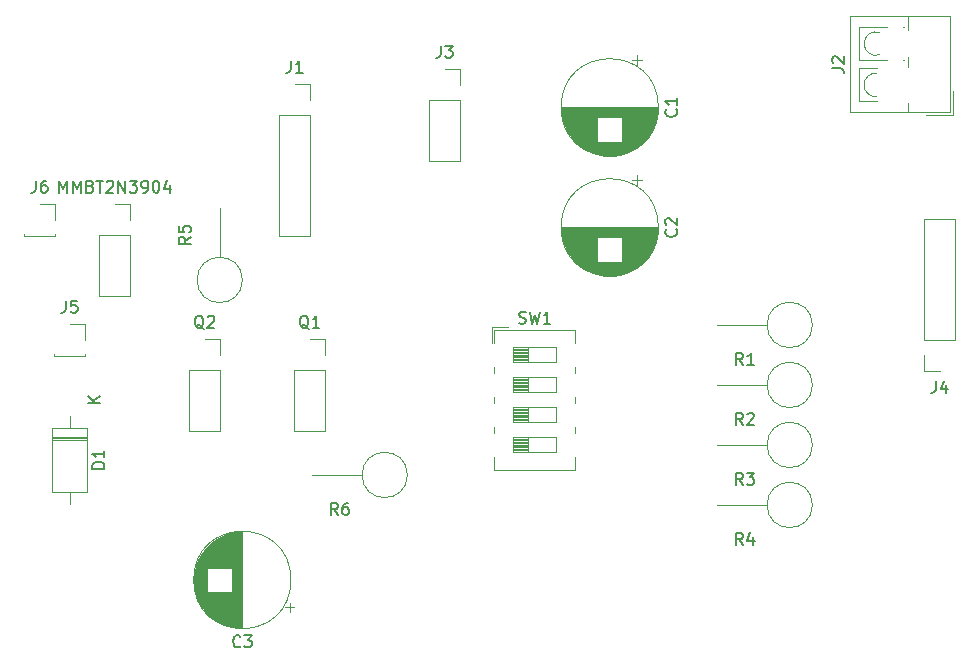
<source format=gbr>
G04 #@! TF.GenerationSoftware,KiCad,Pcbnew,5.0.0-fee4fd1~66~ubuntu18.04.1*
G04 #@! TF.CreationDate,2018-10-11T19:26:43-04:00*
G04 #@! TF.ProjectId,switcher,73776974636865722E6B696361645F70,rev?*
G04 #@! TF.SameCoordinates,Original*
G04 #@! TF.FileFunction,Legend,Top*
G04 #@! TF.FilePolarity,Positive*
%FSLAX46Y46*%
G04 Gerber Fmt 4.6, Leading zero omitted, Abs format (unit mm)*
G04 Created by KiCad (PCBNEW 5.0.0-fee4fd1~66~ubuntu18.04.1) date Thu Oct 11 19:26:43 2018*
%MOMM*%
%LPD*%
G01*
G04 APERTURE LIST*
%ADD10C,0.120000*%
%ADD11C,0.150000*%
G04 APERTURE END LIST*
D10*
G04 #@! TO.C,C1*
X73970000Y-51430000D02*
G75*
G03X73970000Y-51430000I-4120000J0D01*
G01*
X73930000Y-51430000D02*
X65770000Y-51430000D01*
X73930000Y-51470000D02*
X65770000Y-51470000D01*
X73930000Y-51510000D02*
X65770000Y-51510000D01*
X73929000Y-51550000D02*
X65771000Y-51550000D01*
X73927000Y-51590000D02*
X65773000Y-51590000D01*
X73926000Y-51630000D02*
X65774000Y-51630000D01*
X73924000Y-51670000D02*
X65776000Y-51670000D01*
X73921000Y-51710000D02*
X65779000Y-51710000D01*
X73918000Y-51750000D02*
X65782000Y-51750000D01*
X73915000Y-51790000D02*
X65785000Y-51790000D01*
X73911000Y-51830000D02*
X65789000Y-51830000D01*
X73907000Y-51870000D02*
X65793000Y-51870000D01*
X73902000Y-51910000D02*
X65798000Y-51910000D01*
X73898000Y-51950000D02*
X65802000Y-51950000D01*
X73892000Y-51990000D02*
X65808000Y-51990000D01*
X73887000Y-52030000D02*
X65813000Y-52030000D01*
X73880000Y-52070000D02*
X65820000Y-52070000D01*
X73874000Y-52110000D02*
X65826000Y-52110000D01*
X73867000Y-52151000D02*
X65833000Y-52151000D01*
X73860000Y-52191000D02*
X65840000Y-52191000D01*
X73852000Y-52231000D02*
X65848000Y-52231000D01*
X73844000Y-52271000D02*
X65856000Y-52271000D01*
X73835000Y-52311000D02*
X70890000Y-52311000D01*
X68810000Y-52311000D02*
X65865000Y-52311000D01*
X73826000Y-52351000D02*
X70890000Y-52351000D01*
X68810000Y-52351000D02*
X65874000Y-52351000D01*
X73817000Y-52391000D02*
X70890000Y-52391000D01*
X68810000Y-52391000D02*
X65883000Y-52391000D01*
X73807000Y-52431000D02*
X70890000Y-52431000D01*
X68810000Y-52431000D02*
X65893000Y-52431000D01*
X73797000Y-52471000D02*
X70890000Y-52471000D01*
X68810000Y-52471000D02*
X65903000Y-52471000D01*
X73786000Y-52511000D02*
X70890000Y-52511000D01*
X68810000Y-52511000D02*
X65914000Y-52511000D01*
X73775000Y-52551000D02*
X70890000Y-52551000D01*
X68810000Y-52551000D02*
X65925000Y-52551000D01*
X73764000Y-52591000D02*
X70890000Y-52591000D01*
X68810000Y-52591000D02*
X65936000Y-52591000D01*
X73752000Y-52631000D02*
X70890000Y-52631000D01*
X68810000Y-52631000D02*
X65948000Y-52631000D01*
X73739000Y-52671000D02*
X70890000Y-52671000D01*
X68810000Y-52671000D02*
X65961000Y-52671000D01*
X73727000Y-52711000D02*
X70890000Y-52711000D01*
X68810000Y-52711000D02*
X65973000Y-52711000D01*
X73713000Y-52751000D02*
X70890000Y-52751000D01*
X68810000Y-52751000D02*
X65987000Y-52751000D01*
X73700000Y-52791000D02*
X70890000Y-52791000D01*
X68810000Y-52791000D02*
X66000000Y-52791000D01*
X73685000Y-52831000D02*
X70890000Y-52831000D01*
X68810000Y-52831000D02*
X66015000Y-52831000D01*
X73671000Y-52871000D02*
X70890000Y-52871000D01*
X68810000Y-52871000D02*
X66029000Y-52871000D01*
X73655000Y-52911000D02*
X70890000Y-52911000D01*
X68810000Y-52911000D02*
X66045000Y-52911000D01*
X73640000Y-52951000D02*
X70890000Y-52951000D01*
X68810000Y-52951000D02*
X66060000Y-52951000D01*
X73624000Y-52991000D02*
X70890000Y-52991000D01*
X68810000Y-52991000D02*
X66076000Y-52991000D01*
X73607000Y-53031000D02*
X70890000Y-53031000D01*
X68810000Y-53031000D02*
X66093000Y-53031000D01*
X73590000Y-53071000D02*
X70890000Y-53071000D01*
X68810000Y-53071000D02*
X66110000Y-53071000D01*
X73572000Y-53111000D02*
X70890000Y-53111000D01*
X68810000Y-53111000D02*
X66128000Y-53111000D01*
X73554000Y-53151000D02*
X70890000Y-53151000D01*
X68810000Y-53151000D02*
X66146000Y-53151000D01*
X73536000Y-53191000D02*
X70890000Y-53191000D01*
X68810000Y-53191000D02*
X66164000Y-53191000D01*
X73516000Y-53231000D02*
X70890000Y-53231000D01*
X68810000Y-53231000D02*
X66184000Y-53231000D01*
X73497000Y-53271000D02*
X70890000Y-53271000D01*
X68810000Y-53271000D02*
X66203000Y-53271000D01*
X73477000Y-53311000D02*
X70890000Y-53311000D01*
X68810000Y-53311000D02*
X66223000Y-53311000D01*
X73456000Y-53351000D02*
X70890000Y-53351000D01*
X68810000Y-53351000D02*
X66244000Y-53351000D01*
X73434000Y-53391000D02*
X70890000Y-53391000D01*
X68810000Y-53391000D02*
X66266000Y-53391000D01*
X73412000Y-53431000D02*
X70890000Y-53431000D01*
X68810000Y-53431000D02*
X66288000Y-53431000D01*
X73390000Y-53471000D02*
X70890000Y-53471000D01*
X68810000Y-53471000D02*
X66310000Y-53471000D01*
X73367000Y-53511000D02*
X70890000Y-53511000D01*
X68810000Y-53511000D02*
X66333000Y-53511000D01*
X73343000Y-53551000D02*
X70890000Y-53551000D01*
X68810000Y-53551000D02*
X66357000Y-53551000D01*
X73319000Y-53591000D02*
X70890000Y-53591000D01*
X68810000Y-53591000D02*
X66381000Y-53591000D01*
X73294000Y-53631000D02*
X70890000Y-53631000D01*
X68810000Y-53631000D02*
X66406000Y-53631000D01*
X73268000Y-53671000D02*
X70890000Y-53671000D01*
X68810000Y-53671000D02*
X66432000Y-53671000D01*
X73242000Y-53711000D02*
X70890000Y-53711000D01*
X68810000Y-53711000D02*
X66458000Y-53711000D01*
X73215000Y-53751000D02*
X70890000Y-53751000D01*
X68810000Y-53751000D02*
X66485000Y-53751000D01*
X73188000Y-53791000D02*
X70890000Y-53791000D01*
X68810000Y-53791000D02*
X66512000Y-53791000D01*
X73159000Y-53831000D02*
X70890000Y-53831000D01*
X68810000Y-53831000D02*
X66541000Y-53831000D01*
X73130000Y-53871000D02*
X70890000Y-53871000D01*
X68810000Y-53871000D02*
X66570000Y-53871000D01*
X73100000Y-53911000D02*
X70890000Y-53911000D01*
X68810000Y-53911000D02*
X66600000Y-53911000D01*
X73070000Y-53951000D02*
X70890000Y-53951000D01*
X68810000Y-53951000D02*
X66630000Y-53951000D01*
X73039000Y-53991000D02*
X70890000Y-53991000D01*
X68810000Y-53991000D02*
X66661000Y-53991000D01*
X73006000Y-54031000D02*
X70890000Y-54031000D01*
X68810000Y-54031000D02*
X66694000Y-54031000D01*
X72974000Y-54071000D02*
X70890000Y-54071000D01*
X68810000Y-54071000D02*
X66726000Y-54071000D01*
X72940000Y-54111000D02*
X70890000Y-54111000D01*
X68810000Y-54111000D02*
X66760000Y-54111000D01*
X72905000Y-54151000D02*
X70890000Y-54151000D01*
X68810000Y-54151000D02*
X66795000Y-54151000D01*
X72869000Y-54191000D02*
X70890000Y-54191000D01*
X68810000Y-54191000D02*
X66831000Y-54191000D01*
X72833000Y-54231000D02*
X70890000Y-54231000D01*
X68810000Y-54231000D02*
X66867000Y-54231000D01*
X72795000Y-54271000D02*
X70890000Y-54271000D01*
X68810000Y-54271000D02*
X66905000Y-54271000D01*
X72757000Y-54311000D02*
X70890000Y-54311000D01*
X68810000Y-54311000D02*
X66943000Y-54311000D01*
X72717000Y-54351000D02*
X70890000Y-54351000D01*
X68810000Y-54351000D02*
X66983000Y-54351000D01*
X72676000Y-54391000D02*
X67024000Y-54391000D01*
X72634000Y-54431000D02*
X67066000Y-54431000D01*
X72591000Y-54471000D02*
X67109000Y-54471000D01*
X72547000Y-54511000D02*
X67153000Y-54511000D01*
X72501000Y-54551000D02*
X67199000Y-54551000D01*
X72454000Y-54591000D02*
X67246000Y-54591000D01*
X72406000Y-54631000D02*
X67294000Y-54631000D01*
X72355000Y-54671000D02*
X67345000Y-54671000D01*
X72304000Y-54711000D02*
X67396000Y-54711000D01*
X72250000Y-54751000D02*
X67450000Y-54751000D01*
X72195000Y-54791000D02*
X67505000Y-54791000D01*
X72137000Y-54831000D02*
X67563000Y-54831000D01*
X72078000Y-54871000D02*
X67622000Y-54871000D01*
X72016000Y-54911000D02*
X67684000Y-54911000D01*
X71952000Y-54951000D02*
X67748000Y-54951000D01*
X71884000Y-54991000D02*
X67816000Y-54991000D01*
X71814000Y-55031000D02*
X67886000Y-55031000D01*
X71740000Y-55071000D02*
X67960000Y-55071000D01*
X71663000Y-55111000D02*
X68037000Y-55111000D01*
X71581000Y-55151000D02*
X68119000Y-55151000D01*
X71495000Y-55191000D02*
X68205000Y-55191000D01*
X71402000Y-55231000D02*
X68298000Y-55231000D01*
X71303000Y-55271000D02*
X68397000Y-55271000D01*
X71196000Y-55311000D02*
X68504000Y-55311000D01*
X71079000Y-55351000D02*
X68621000Y-55351000D01*
X70948000Y-55391000D02*
X68752000Y-55391000D01*
X70798000Y-55431000D02*
X68902000Y-55431000D01*
X70618000Y-55471000D02*
X69082000Y-55471000D01*
X70383000Y-55511000D02*
X69317000Y-55511000D01*
X72165000Y-47020302D02*
X72165000Y-47820302D01*
X72565000Y-47420302D02*
X71765000Y-47420302D01*
G04 #@! TO.C,C2*
X72565000Y-57580302D02*
X71765000Y-57580302D01*
X72165000Y-57180302D02*
X72165000Y-57980302D01*
X70383000Y-65671000D02*
X69317000Y-65671000D01*
X70618000Y-65631000D02*
X69082000Y-65631000D01*
X70798000Y-65591000D02*
X68902000Y-65591000D01*
X70948000Y-65551000D02*
X68752000Y-65551000D01*
X71079000Y-65511000D02*
X68621000Y-65511000D01*
X71196000Y-65471000D02*
X68504000Y-65471000D01*
X71303000Y-65431000D02*
X68397000Y-65431000D01*
X71402000Y-65391000D02*
X68298000Y-65391000D01*
X71495000Y-65351000D02*
X68205000Y-65351000D01*
X71581000Y-65311000D02*
X68119000Y-65311000D01*
X71663000Y-65271000D02*
X68037000Y-65271000D01*
X71740000Y-65231000D02*
X67960000Y-65231000D01*
X71814000Y-65191000D02*
X67886000Y-65191000D01*
X71884000Y-65151000D02*
X67816000Y-65151000D01*
X71952000Y-65111000D02*
X67748000Y-65111000D01*
X72016000Y-65071000D02*
X67684000Y-65071000D01*
X72078000Y-65031000D02*
X67622000Y-65031000D01*
X72137000Y-64991000D02*
X67563000Y-64991000D01*
X72195000Y-64951000D02*
X67505000Y-64951000D01*
X72250000Y-64911000D02*
X67450000Y-64911000D01*
X72304000Y-64871000D02*
X67396000Y-64871000D01*
X72355000Y-64831000D02*
X67345000Y-64831000D01*
X72406000Y-64791000D02*
X67294000Y-64791000D01*
X72454000Y-64751000D02*
X67246000Y-64751000D01*
X72501000Y-64711000D02*
X67199000Y-64711000D01*
X72547000Y-64671000D02*
X67153000Y-64671000D01*
X72591000Y-64631000D02*
X67109000Y-64631000D01*
X72634000Y-64591000D02*
X67066000Y-64591000D01*
X72676000Y-64551000D02*
X67024000Y-64551000D01*
X68810000Y-64511000D02*
X66983000Y-64511000D01*
X72717000Y-64511000D02*
X70890000Y-64511000D01*
X68810000Y-64471000D02*
X66943000Y-64471000D01*
X72757000Y-64471000D02*
X70890000Y-64471000D01*
X68810000Y-64431000D02*
X66905000Y-64431000D01*
X72795000Y-64431000D02*
X70890000Y-64431000D01*
X68810000Y-64391000D02*
X66867000Y-64391000D01*
X72833000Y-64391000D02*
X70890000Y-64391000D01*
X68810000Y-64351000D02*
X66831000Y-64351000D01*
X72869000Y-64351000D02*
X70890000Y-64351000D01*
X68810000Y-64311000D02*
X66795000Y-64311000D01*
X72905000Y-64311000D02*
X70890000Y-64311000D01*
X68810000Y-64271000D02*
X66760000Y-64271000D01*
X72940000Y-64271000D02*
X70890000Y-64271000D01*
X68810000Y-64231000D02*
X66726000Y-64231000D01*
X72974000Y-64231000D02*
X70890000Y-64231000D01*
X68810000Y-64191000D02*
X66694000Y-64191000D01*
X73006000Y-64191000D02*
X70890000Y-64191000D01*
X68810000Y-64151000D02*
X66661000Y-64151000D01*
X73039000Y-64151000D02*
X70890000Y-64151000D01*
X68810000Y-64111000D02*
X66630000Y-64111000D01*
X73070000Y-64111000D02*
X70890000Y-64111000D01*
X68810000Y-64071000D02*
X66600000Y-64071000D01*
X73100000Y-64071000D02*
X70890000Y-64071000D01*
X68810000Y-64031000D02*
X66570000Y-64031000D01*
X73130000Y-64031000D02*
X70890000Y-64031000D01*
X68810000Y-63991000D02*
X66541000Y-63991000D01*
X73159000Y-63991000D02*
X70890000Y-63991000D01*
X68810000Y-63951000D02*
X66512000Y-63951000D01*
X73188000Y-63951000D02*
X70890000Y-63951000D01*
X68810000Y-63911000D02*
X66485000Y-63911000D01*
X73215000Y-63911000D02*
X70890000Y-63911000D01*
X68810000Y-63871000D02*
X66458000Y-63871000D01*
X73242000Y-63871000D02*
X70890000Y-63871000D01*
X68810000Y-63831000D02*
X66432000Y-63831000D01*
X73268000Y-63831000D02*
X70890000Y-63831000D01*
X68810000Y-63791000D02*
X66406000Y-63791000D01*
X73294000Y-63791000D02*
X70890000Y-63791000D01*
X68810000Y-63751000D02*
X66381000Y-63751000D01*
X73319000Y-63751000D02*
X70890000Y-63751000D01*
X68810000Y-63711000D02*
X66357000Y-63711000D01*
X73343000Y-63711000D02*
X70890000Y-63711000D01*
X68810000Y-63671000D02*
X66333000Y-63671000D01*
X73367000Y-63671000D02*
X70890000Y-63671000D01*
X68810000Y-63631000D02*
X66310000Y-63631000D01*
X73390000Y-63631000D02*
X70890000Y-63631000D01*
X68810000Y-63591000D02*
X66288000Y-63591000D01*
X73412000Y-63591000D02*
X70890000Y-63591000D01*
X68810000Y-63551000D02*
X66266000Y-63551000D01*
X73434000Y-63551000D02*
X70890000Y-63551000D01*
X68810000Y-63511000D02*
X66244000Y-63511000D01*
X73456000Y-63511000D02*
X70890000Y-63511000D01*
X68810000Y-63471000D02*
X66223000Y-63471000D01*
X73477000Y-63471000D02*
X70890000Y-63471000D01*
X68810000Y-63431000D02*
X66203000Y-63431000D01*
X73497000Y-63431000D02*
X70890000Y-63431000D01*
X68810000Y-63391000D02*
X66184000Y-63391000D01*
X73516000Y-63391000D02*
X70890000Y-63391000D01*
X68810000Y-63351000D02*
X66164000Y-63351000D01*
X73536000Y-63351000D02*
X70890000Y-63351000D01*
X68810000Y-63311000D02*
X66146000Y-63311000D01*
X73554000Y-63311000D02*
X70890000Y-63311000D01*
X68810000Y-63271000D02*
X66128000Y-63271000D01*
X73572000Y-63271000D02*
X70890000Y-63271000D01*
X68810000Y-63231000D02*
X66110000Y-63231000D01*
X73590000Y-63231000D02*
X70890000Y-63231000D01*
X68810000Y-63191000D02*
X66093000Y-63191000D01*
X73607000Y-63191000D02*
X70890000Y-63191000D01*
X68810000Y-63151000D02*
X66076000Y-63151000D01*
X73624000Y-63151000D02*
X70890000Y-63151000D01*
X68810000Y-63111000D02*
X66060000Y-63111000D01*
X73640000Y-63111000D02*
X70890000Y-63111000D01*
X68810000Y-63071000D02*
X66045000Y-63071000D01*
X73655000Y-63071000D02*
X70890000Y-63071000D01*
X68810000Y-63031000D02*
X66029000Y-63031000D01*
X73671000Y-63031000D02*
X70890000Y-63031000D01*
X68810000Y-62991000D02*
X66015000Y-62991000D01*
X73685000Y-62991000D02*
X70890000Y-62991000D01*
X68810000Y-62951000D02*
X66000000Y-62951000D01*
X73700000Y-62951000D02*
X70890000Y-62951000D01*
X68810000Y-62911000D02*
X65987000Y-62911000D01*
X73713000Y-62911000D02*
X70890000Y-62911000D01*
X68810000Y-62871000D02*
X65973000Y-62871000D01*
X73727000Y-62871000D02*
X70890000Y-62871000D01*
X68810000Y-62831000D02*
X65961000Y-62831000D01*
X73739000Y-62831000D02*
X70890000Y-62831000D01*
X68810000Y-62791000D02*
X65948000Y-62791000D01*
X73752000Y-62791000D02*
X70890000Y-62791000D01*
X68810000Y-62751000D02*
X65936000Y-62751000D01*
X73764000Y-62751000D02*
X70890000Y-62751000D01*
X68810000Y-62711000D02*
X65925000Y-62711000D01*
X73775000Y-62711000D02*
X70890000Y-62711000D01*
X68810000Y-62671000D02*
X65914000Y-62671000D01*
X73786000Y-62671000D02*
X70890000Y-62671000D01*
X68810000Y-62631000D02*
X65903000Y-62631000D01*
X73797000Y-62631000D02*
X70890000Y-62631000D01*
X68810000Y-62591000D02*
X65893000Y-62591000D01*
X73807000Y-62591000D02*
X70890000Y-62591000D01*
X68810000Y-62551000D02*
X65883000Y-62551000D01*
X73817000Y-62551000D02*
X70890000Y-62551000D01*
X68810000Y-62511000D02*
X65874000Y-62511000D01*
X73826000Y-62511000D02*
X70890000Y-62511000D01*
X68810000Y-62471000D02*
X65865000Y-62471000D01*
X73835000Y-62471000D02*
X70890000Y-62471000D01*
X73844000Y-62431000D02*
X65856000Y-62431000D01*
X73852000Y-62391000D02*
X65848000Y-62391000D01*
X73860000Y-62351000D02*
X65840000Y-62351000D01*
X73867000Y-62311000D02*
X65833000Y-62311000D01*
X73874000Y-62270000D02*
X65826000Y-62270000D01*
X73880000Y-62230000D02*
X65820000Y-62230000D01*
X73887000Y-62190000D02*
X65813000Y-62190000D01*
X73892000Y-62150000D02*
X65808000Y-62150000D01*
X73898000Y-62110000D02*
X65802000Y-62110000D01*
X73902000Y-62070000D02*
X65798000Y-62070000D01*
X73907000Y-62030000D02*
X65793000Y-62030000D01*
X73911000Y-61990000D02*
X65789000Y-61990000D01*
X73915000Y-61950000D02*
X65785000Y-61950000D01*
X73918000Y-61910000D02*
X65782000Y-61910000D01*
X73921000Y-61870000D02*
X65779000Y-61870000D01*
X73924000Y-61830000D02*
X65776000Y-61830000D01*
X73926000Y-61790000D02*
X65774000Y-61790000D01*
X73927000Y-61750000D02*
X65773000Y-61750000D01*
X73929000Y-61710000D02*
X65771000Y-61710000D01*
X73930000Y-61670000D02*
X65770000Y-61670000D01*
X73930000Y-61630000D02*
X65770000Y-61630000D01*
X73930000Y-61590000D02*
X65770000Y-61590000D01*
X73970000Y-61590000D02*
G75*
G03X73970000Y-61590000I-4120000J0D01*
G01*
G04 #@! TO.C,C3*
X42860000Y-91440000D02*
G75*
G03X42860000Y-91440000I-4120000J0D01*
G01*
X38740000Y-95520000D02*
X38740000Y-87360000D01*
X38700000Y-95520000D02*
X38700000Y-87360000D01*
X38660000Y-95520000D02*
X38660000Y-87360000D01*
X38620000Y-95519000D02*
X38620000Y-87361000D01*
X38580000Y-95517000D02*
X38580000Y-87363000D01*
X38540000Y-95516000D02*
X38540000Y-87364000D01*
X38500000Y-95514000D02*
X38500000Y-87366000D01*
X38460000Y-95511000D02*
X38460000Y-87369000D01*
X38420000Y-95508000D02*
X38420000Y-87372000D01*
X38380000Y-95505000D02*
X38380000Y-87375000D01*
X38340000Y-95501000D02*
X38340000Y-87379000D01*
X38300000Y-95497000D02*
X38300000Y-87383000D01*
X38260000Y-95492000D02*
X38260000Y-87388000D01*
X38220000Y-95488000D02*
X38220000Y-87392000D01*
X38180000Y-95482000D02*
X38180000Y-87398000D01*
X38140000Y-95477000D02*
X38140000Y-87403000D01*
X38100000Y-95470000D02*
X38100000Y-87410000D01*
X38060000Y-95464000D02*
X38060000Y-87416000D01*
X38019000Y-95457000D02*
X38019000Y-87423000D01*
X37979000Y-95450000D02*
X37979000Y-87430000D01*
X37939000Y-95442000D02*
X37939000Y-87438000D01*
X37899000Y-95434000D02*
X37899000Y-87446000D01*
X37859000Y-95425000D02*
X37859000Y-92480000D01*
X37859000Y-90400000D02*
X37859000Y-87455000D01*
X37819000Y-95416000D02*
X37819000Y-92480000D01*
X37819000Y-90400000D02*
X37819000Y-87464000D01*
X37779000Y-95407000D02*
X37779000Y-92480000D01*
X37779000Y-90400000D02*
X37779000Y-87473000D01*
X37739000Y-95397000D02*
X37739000Y-92480000D01*
X37739000Y-90400000D02*
X37739000Y-87483000D01*
X37699000Y-95387000D02*
X37699000Y-92480000D01*
X37699000Y-90400000D02*
X37699000Y-87493000D01*
X37659000Y-95376000D02*
X37659000Y-92480000D01*
X37659000Y-90400000D02*
X37659000Y-87504000D01*
X37619000Y-95365000D02*
X37619000Y-92480000D01*
X37619000Y-90400000D02*
X37619000Y-87515000D01*
X37579000Y-95354000D02*
X37579000Y-92480000D01*
X37579000Y-90400000D02*
X37579000Y-87526000D01*
X37539000Y-95342000D02*
X37539000Y-92480000D01*
X37539000Y-90400000D02*
X37539000Y-87538000D01*
X37499000Y-95329000D02*
X37499000Y-92480000D01*
X37499000Y-90400000D02*
X37499000Y-87551000D01*
X37459000Y-95317000D02*
X37459000Y-92480000D01*
X37459000Y-90400000D02*
X37459000Y-87563000D01*
X37419000Y-95303000D02*
X37419000Y-92480000D01*
X37419000Y-90400000D02*
X37419000Y-87577000D01*
X37379000Y-95290000D02*
X37379000Y-92480000D01*
X37379000Y-90400000D02*
X37379000Y-87590000D01*
X37339000Y-95275000D02*
X37339000Y-92480000D01*
X37339000Y-90400000D02*
X37339000Y-87605000D01*
X37299000Y-95261000D02*
X37299000Y-92480000D01*
X37299000Y-90400000D02*
X37299000Y-87619000D01*
X37259000Y-95245000D02*
X37259000Y-92480000D01*
X37259000Y-90400000D02*
X37259000Y-87635000D01*
X37219000Y-95230000D02*
X37219000Y-92480000D01*
X37219000Y-90400000D02*
X37219000Y-87650000D01*
X37179000Y-95214000D02*
X37179000Y-92480000D01*
X37179000Y-90400000D02*
X37179000Y-87666000D01*
X37139000Y-95197000D02*
X37139000Y-92480000D01*
X37139000Y-90400000D02*
X37139000Y-87683000D01*
X37099000Y-95180000D02*
X37099000Y-92480000D01*
X37099000Y-90400000D02*
X37099000Y-87700000D01*
X37059000Y-95162000D02*
X37059000Y-92480000D01*
X37059000Y-90400000D02*
X37059000Y-87718000D01*
X37019000Y-95144000D02*
X37019000Y-92480000D01*
X37019000Y-90400000D02*
X37019000Y-87736000D01*
X36979000Y-95126000D02*
X36979000Y-92480000D01*
X36979000Y-90400000D02*
X36979000Y-87754000D01*
X36939000Y-95106000D02*
X36939000Y-92480000D01*
X36939000Y-90400000D02*
X36939000Y-87774000D01*
X36899000Y-95087000D02*
X36899000Y-92480000D01*
X36899000Y-90400000D02*
X36899000Y-87793000D01*
X36859000Y-95067000D02*
X36859000Y-92480000D01*
X36859000Y-90400000D02*
X36859000Y-87813000D01*
X36819000Y-95046000D02*
X36819000Y-92480000D01*
X36819000Y-90400000D02*
X36819000Y-87834000D01*
X36779000Y-95024000D02*
X36779000Y-92480000D01*
X36779000Y-90400000D02*
X36779000Y-87856000D01*
X36739000Y-95002000D02*
X36739000Y-92480000D01*
X36739000Y-90400000D02*
X36739000Y-87878000D01*
X36699000Y-94980000D02*
X36699000Y-92480000D01*
X36699000Y-90400000D02*
X36699000Y-87900000D01*
X36659000Y-94957000D02*
X36659000Y-92480000D01*
X36659000Y-90400000D02*
X36659000Y-87923000D01*
X36619000Y-94933000D02*
X36619000Y-92480000D01*
X36619000Y-90400000D02*
X36619000Y-87947000D01*
X36579000Y-94909000D02*
X36579000Y-92480000D01*
X36579000Y-90400000D02*
X36579000Y-87971000D01*
X36539000Y-94884000D02*
X36539000Y-92480000D01*
X36539000Y-90400000D02*
X36539000Y-87996000D01*
X36499000Y-94858000D02*
X36499000Y-92480000D01*
X36499000Y-90400000D02*
X36499000Y-88022000D01*
X36459000Y-94832000D02*
X36459000Y-92480000D01*
X36459000Y-90400000D02*
X36459000Y-88048000D01*
X36419000Y-94805000D02*
X36419000Y-92480000D01*
X36419000Y-90400000D02*
X36419000Y-88075000D01*
X36379000Y-94778000D02*
X36379000Y-92480000D01*
X36379000Y-90400000D02*
X36379000Y-88102000D01*
X36339000Y-94749000D02*
X36339000Y-92480000D01*
X36339000Y-90400000D02*
X36339000Y-88131000D01*
X36299000Y-94720000D02*
X36299000Y-92480000D01*
X36299000Y-90400000D02*
X36299000Y-88160000D01*
X36259000Y-94690000D02*
X36259000Y-92480000D01*
X36259000Y-90400000D02*
X36259000Y-88190000D01*
X36219000Y-94660000D02*
X36219000Y-92480000D01*
X36219000Y-90400000D02*
X36219000Y-88220000D01*
X36179000Y-94629000D02*
X36179000Y-92480000D01*
X36179000Y-90400000D02*
X36179000Y-88251000D01*
X36139000Y-94596000D02*
X36139000Y-92480000D01*
X36139000Y-90400000D02*
X36139000Y-88284000D01*
X36099000Y-94564000D02*
X36099000Y-92480000D01*
X36099000Y-90400000D02*
X36099000Y-88316000D01*
X36059000Y-94530000D02*
X36059000Y-92480000D01*
X36059000Y-90400000D02*
X36059000Y-88350000D01*
X36019000Y-94495000D02*
X36019000Y-92480000D01*
X36019000Y-90400000D02*
X36019000Y-88385000D01*
X35979000Y-94459000D02*
X35979000Y-92480000D01*
X35979000Y-90400000D02*
X35979000Y-88421000D01*
X35939000Y-94423000D02*
X35939000Y-92480000D01*
X35939000Y-90400000D02*
X35939000Y-88457000D01*
X35899000Y-94385000D02*
X35899000Y-92480000D01*
X35899000Y-90400000D02*
X35899000Y-88495000D01*
X35859000Y-94347000D02*
X35859000Y-92480000D01*
X35859000Y-90400000D02*
X35859000Y-88533000D01*
X35819000Y-94307000D02*
X35819000Y-92480000D01*
X35819000Y-90400000D02*
X35819000Y-88573000D01*
X35779000Y-94266000D02*
X35779000Y-88614000D01*
X35739000Y-94224000D02*
X35739000Y-88656000D01*
X35699000Y-94181000D02*
X35699000Y-88699000D01*
X35659000Y-94137000D02*
X35659000Y-88743000D01*
X35619000Y-94091000D02*
X35619000Y-88789000D01*
X35579000Y-94044000D02*
X35579000Y-88836000D01*
X35539000Y-93996000D02*
X35539000Y-88884000D01*
X35499000Y-93945000D02*
X35499000Y-88935000D01*
X35459000Y-93894000D02*
X35459000Y-88986000D01*
X35419000Y-93840000D02*
X35419000Y-89040000D01*
X35379000Y-93785000D02*
X35379000Y-89095000D01*
X35339000Y-93727000D02*
X35339000Y-89153000D01*
X35299000Y-93668000D02*
X35299000Y-89212000D01*
X35259000Y-93606000D02*
X35259000Y-89274000D01*
X35219000Y-93542000D02*
X35219000Y-89338000D01*
X35179000Y-93474000D02*
X35179000Y-89406000D01*
X35139000Y-93404000D02*
X35139000Y-89476000D01*
X35099000Y-93330000D02*
X35099000Y-89550000D01*
X35059000Y-93253000D02*
X35059000Y-89627000D01*
X35019000Y-93171000D02*
X35019000Y-89709000D01*
X34979000Y-93085000D02*
X34979000Y-89795000D01*
X34939000Y-92992000D02*
X34939000Y-89888000D01*
X34899000Y-92893000D02*
X34899000Y-89987000D01*
X34859000Y-92786000D02*
X34859000Y-90094000D01*
X34819000Y-92669000D02*
X34819000Y-90211000D01*
X34779000Y-92538000D02*
X34779000Y-90342000D01*
X34739000Y-92388000D02*
X34739000Y-90492000D01*
X34699000Y-92208000D02*
X34699000Y-90672000D01*
X34659000Y-91973000D02*
X34659000Y-90907000D01*
X43149698Y-93755000D02*
X42349698Y-93755000D01*
X42749698Y-94155000D02*
X42749698Y-93355000D01*
G04 #@! TO.C,D1*
X25600000Y-78560000D02*
X22660000Y-78560000D01*
X22660000Y-78560000D02*
X22660000Y-84000000D01*
X22660000Y-84000000D02*
X25600000Y-84000000D01*
X25600000Y-84000000D02*
X25600000Y-78560000D01*
X24130000Y-77540000D02*
X24130000Y-78560000D01*
X24130000Y-85020000D02*
X24130000Y-84000000D01*
X25600000Y-79460000D02*
X22660000Y-79460000D01*
X25600000Y-79580000D02*
X22660000Y-79580000D01*
X25600000Y-79340000D02*
X22660000Y-79340000D01*
G04 #@! TO.C,J1*
X43180000Y-49470000D02*
X44510000Y-49470000D01*
X44510000Y-49470000D02*
X44510000Y-50800000D01*
X44510000Y-52070000D02*
X44510000Y-62290000D01*
X41850000Y-62290000D02*
X44510000Y-62290000D01*
X41850000Y-52070000D02*
X41850000Y-62290000D01*
X41850000Y-52070000D02*
X44510000Y-52070000D01*
G04 #@! TO.C,J2*
X92450566Y-50527890D02*
G75*
G02X92449000Y-48532000I-70566J997890D01*
G01*
X92722233Y-46969915D02*
G75*
G02X92722000Y-45090000I-342233J939915D01*
G01*
X95081000Y-51840000D02*
X95081000Y-51070000D01*
X95081000Y-47990000D02*
X95081000Y-47163000D01*
X95081000Y-44896000D02*
X95081000Y-43720000D01*
X90220000Y-51840000D02*
X90220000Y-43720000D01*
X98640000Y-51840000D02*
X98640000Y-43720000D01*
X90220000Y-51840000D02*
X98640000Y-51840000D01*
X90220000Y-43720000D02*
X98640000Y-43720000D01*
X90980000Y-50930000D02*
X90980000Y-48130000D01*
X90980000Y-50930000D02*
X92440000Y-50930000D01*
X90980000Y-48130000D02*
X92440000Y-48130000D01*
X90980000Y-47430000D02*
X90980000Y-44630000D01*
X94730000Y-47430000D02*
X94730000Y-47429000D01*
X94730000Y-44630000D02*
X94730000Y-44630000D01*
X90980000Y-47430000D02*
X93291000Y-47430000D01*
X94669000Y-47430000D02*
X94730000Y-47430000D01*
X90980000Y-44630000D02*
X93291000Y-44630000D01*
X94669000Y-44630000D02*
X94730000Y-44630000D01*
X96640000Y-52080000D02*
X98880000Y-52080000D01*
X98880000Y-52080000D02*
X98880000Y-50080000D01*
G04 #@! TO.C,J3*
X55880000Y-48200000D02*
X57210000Y-48200000D01*
X57210000Y-48200000D02*
X57210000Y-49530000D01*
X57210000Y-50800000D02*
X57210000Y-55940000D01*
X54550000Y-55940000D02*
X57210000Y-55940000D01*
X54550000Y-50800000D02*
X54550000Y-55940000D01*
X54550000Y-50800000D02*
X57210000Y-50800000D01*
G04 #@! TO.C,J4*
X99120000Y-71120000D02*
X96460000Y-71120000D01*
X99120000Y-71120000D02*
X99120000Y-60900000D01*
X99120000Y-60900000D02*
X96460000Y-60900000D01*
X96460000Y-71120000D02*
X96460000Y-60900000D01*
X96460000Y-73720000D02*
X96460000Y-72390000D01*
X97790000Y-73720000D02*
X96460000Y-73720000D01*
G04 #@! TO.C,MMBT2N3904*
X26610000Y-62230000D02*
X29270000Y-62230000D01*
X26610000Y-62230000D02*
X26610000Y-67370000D01*
X26610000Y-67370000D02*
X29270000Y-67370000D01*
X29270000Y-62230000D02*
X29270000Y-67370000D01*
X29270000Y-59630000D02*
X29270000Y-60960000D01*
X27940000Y-59630000D02*
X29270000Y-59630000D01*
G04 #@! TO.C,Q1*
X44450000Y-71060000D02*
X45780000Y-71060000D01*
X45780000Y-71060000D02*
X45780000Y-72390000D01*
X45780000Y-73660000D02*
X45780000Y-78800000D01*
X43120000Y-78800000D02*
X45780000Y-78800000D01*
X43120000Y-73660000D02*
X43120000Y-78800000D01*
X43120000Y-73660000D02*
X45780000Y-73660000D01*
G04 #@! TO.C,Q2*
X34230000Y-73660000D02*
X36890000Y-73660000D01*
X34230000Y-73660000D02*
X34230000Y-78800000D01*
X34230000Y-78800000D02*
X36890000Y-78800000D01*
X36890000Y-73660000D02*
X36890000Y-78800000D01*
X36890000Y-71060000D02*
X36890000Y-72390000D01*
X35560000Y-71060000D02*
X36890000Y-71060000D01*
G04 #@! TO.C,R1*
X87010000Y-69850000D02*
G75*
G03X87010000Y-69850000I-1920000J0D01*
G01*
X83170000Y-69850000D02*
X78970000Y-69850000D01*
G04 #@! TO.C,R2*
X83170000Y-74930000D02*
X78970000Y-74930000D01*
X87010000Y-74930000D02*
G75*
G03X87010000Y-74930000I-1920000J0D01*
G01*
G04 #@! TO.C,R3*
X87010000Y-80010000D02*
G75*
G03X87010000Y-80010000I-1920000J0D01*
G01*
X83170000Y-80010000D02*
X78970000Y-80010000D01*
G04 #@! TO.C,R4*
X83170000Y-85090000D02*
X78970000Y-85090000D01*
X87010000Y-85090000D02*
G75*
G03X87010000Y-85090000I-1920000J0D01*
G01*
G04 #@! TO.C,R5*
X36830000Y-64120000D02*
X36830000Y-59920000D01*
X38750000Y-66040000D02*
G75*
G03X38750000Y-66040000I-1920000J0D01*
G01*
G04 #@! TO.C,R6*
X52720000Y-82550000D02*
G75*
G03X52720000Y-82550000I-1920000J0D01*
G01*
X48880000Y-82550000D02*
X44680000Y-82550000D01*
G04 #@! TO.C,SW1*
X60090000Y-70280000D02*
X66911000Y-70280000D01*
X60090000Y-82120000D02*
X66911000Y-82120000D01*
X60090000Y-70280000D02*
X60090000Y-71350000D01*
X60090000Y-73430000D02*
X60090000Y-73941000D01*
X60090000Y-75920000D02*
X60090000Y-76481000D01*
X60090000Y-78460000D02*
X60090000Y-79021000D01*
X60090000Y-81000000D02*
X60090000Y-82120000D01*
X66911000Y-81000000D02*
X66911000Y-82120000D01*
X66911000Y-78460000D02*
X66911000Y-79021000D01*
X66911000Y-75920000D02*
X66911000Y-76481000D01*
X66911000Y-70280000D02*
X66911000Y-71400000D01*
X66911000Y-73380000D02*
X66911000Y-73941000D01*
X59850000Y-70040000D02*
X61233000Y-70040000D01*
X59850000Y-70040000D02*
X59850000Y-71350000D01*
X61690000Y-71755000D02*
X61690000Y-73025000D01*
X61690000Y-73025000D02*
X65310000Y-73025000D01*
X65310000Y-73025000D02*
X65310000Y-71755000D01*
X65310000Y-71755000D02*
X61690000Y-71755000D01*
X61690000Y-71875000D02*
X62896667Y-71875000D01*
X61690000Y-71995000D02*
X62896667Y-71995000D01*
X61690000Y-72115000D02*
X62896667Y-72115000D01*
X61690000Y-72235000D02*
X62896667Y-72235000D01*
X61690000Y-72355000D02*
X62896667Y-72355000D01*
X61690000Y-72475000D02*
X62896667Y-72475000D01*
X61690000Y-72595000D02*
X62896667Y-72595000D01*
X61690000Y-72715000D02*
X62896667Y-72715000D01*
X61690000Y-72835000D02*
X62896667Y-72835000D01*
X61690000Y-72955000D02*
X62896667Y-72955000D01*
X62896667Y-71755000D02*
X62896667Y-73025000D01*
X61690000Y-74295000D02*
X61690000Y-75565000D01*
X61690000Y-75565000D02*
X65310000Y-75565000D01*
X65310000Y-75565000D02*
X65310000Y-74295000D01*
X65310000Y-74295000D02*
X61690000Y-74295000D01*
X61690000Y-74415000D02*
X62896667Y-74415000D01*
X61690000Y-74535000D02*
X62896667Y-74535000D01*
X61690000Y-74655000D02*
X62896667Y-74655000D01*
X61690000Y-74775000D02*
X62896667Y-74775000D01*
X61690000Y-74895000D02*
X62896667Y-74895000D01*
X61690000Y-75015000D02*
X62896667Y-75015000D01*
X61690000Y-75135000D02*
X62896667Y-75135000D01*
X61690000Y-75255000D02*
X62896667Y-75255000D01*
X61690000Y-75375000D02*
X62896667Y-75375000D01*
X61690000Y-75495000D02*
X62896667Y-75495000D01*
X62896667Y-74295000D02*
X62896667Y-75565000D01*
X61690000Y-76835000D02*
X61690000Y-78105000D01*
X61690000Y-78105000D02*
X65310000Y-78105000D01*
X65310000Y-78105000D02*
X65310000Y-76835000D01*
X65310000Y-76835000D02*
X61690000Y-76835000D01*
X61690000Y-76955000D02*
X62896667Y-76955000D01*
X61690000Y-77075000D02*
X62896667Y-77075000D01*
X61690000Y-77195000D02*
X62896667Y-77195000D01*
X61690000Y-77315000D02*
X62896667Y-77315000D01*
X61690000Y-77435000D02*
X62896667Y-77435000D01*
X61690000Y-77555000D02*
X62896667Y-77555000D01*
X61690000Y-77675000D02*
X62896667Y-77675000D01*
X61690000Y-77795000D02*
X62896667Y-77795000D01*
X61690000Y-77915000D02*
X62896667Y-77915000D01*
X61690000Y-78035000D02*
X62896667Y-78035000D01*
X62896667Y-76835000D02*
X62896667Y-78105000D01*
X61690000Y-79375000D02*
X61690000Y-80645000D01*
X61690000Y-80645000D02*
X65310000Y-80645000D01*
X65310000Y-80645000D02*
X65310000Y-79375000D01*
X65310000Y-79375000D02*
X61690000Y-79375000D01*
X61690000Y-79495000D02*
X62896667Y-79495000D01*
X61690000Y-79615000D02*
X62896667Y-79615000D01*
X61690000Y-79735000D02*
X62896667Y-79735000D01*
X61690000Y-79855000D02*
X62896667Y-79855000D01*
X61690000Y-79975000D02*
X62896667Y-79975000D01*
X61690000Y-80095000D02*
X62896667Y-80095000D01*
X61690000Y-80215000D02*
X62896667Y-80215000D01*
X61690000Y-80335000D02*
X62896667Y-80335000D01*
X61690000Y-80455000D02*
X62896667Y-80455000D01*
X61690000Y-80575000D02*
X62896667Y-80575000D01*
X62896667Y-79375000D02*
X62896667Y-80645000D01*
G04 #@! TO.C,J5*
X22800000Y-72450000D02*
X25460000Y-72450000D01*
X22800000Y-72330000D02*
X22800000Y-72450000D01*
X25460000Y-72330000D02*
X25460000Y-72450000D01*
X25460000Y-69790000D02*
X25460000Y-71120000D01*
X24130000Y-69790000D02*
X25460000Y-69790000D01*
G04 #@! TO.C,J6*
X21590000Y-59630000D02*
X22920000Y-59630000D01*
X22920000Y-59630000D02*
X22920000Y-60960000D01*
X22920000Y-62170000D02*
X22920000Y-62290000D01*
X20260000Y-62170000D02*
X20260000Y-62290000D01*
X20260000Y-62290000D02*
X22920000Y-62290000D01*
G04 #@! TO.C,C1*
D11*
X75457142Y-51596666D02*
X75504761Y-51644285D01*
X75552380Y-51787142D01*
X75552380Y-51882380D01*
X75504761Y-52025238D01*
X75409523Y-52120476D01*
X75314285Y-52168095D01*
X75123809Y-52215714D01*
X74980952Y-52215714D01*
X74790476Y-52168095D01*
X74695238Y-52120476D01*
X74600000Y-52025238D01*
X74552380Y-51882380D01*
X74552380Y-51787142D01*
X74600000Y-51644285D01*
X74647619Y-51596666D01*
X75552380Y-50644285D02*
X75552380Y-51215714D01*
X75552380Y-50930000D02*
X74552380Y-50930000D01*
X74695238Y-51025238D01*
X74790476Y-51120476D01*
X74838095Y-51215714D01*
G04 #@! TO.C,C2*
X75457142Y-61756666D02*
X75504761Y-61804285D01*
X75552380Y-61947142D01*
X75552380Y-62042380D01*
X75504761Y-62185238D01*
X75409523Y-62280476D01*
X75314285Y-62328095D01*
X75123809Y-62375714D01*
X74980952Y-62375714D01*
X74790476Y-62328095D01*
X74695238Y-62280476D01*
X74600000Y-62185238D01*
X74552380Y-62042380D01*
X74552380Y-61947142D01*
X74600000Y-61804285D01*
X74647619Y-61756666D01*
X74647619Y-61375714D02*
X74600000Y-61328095D01*
X74552380Y-61232857D01*
X74552380Y-60994761D01*
X74600000Y-60899523D01*
X74647619Y-60851904D01*
X74742857Y-60804285D01*
X74838095Y-60804285D01*
X74980952Y-60851904D01*
X75552380Y-61423333D01*
X75552380Y-60804285D01*
G04 #@! TO.C,C3*
X38573333Y-97047142D02*
X38525714Y-97094761D01*
X38382857Y-97142380D01*
X38287619Y-97142380D01*
X38144761Y-97094761D01*
X38049523Y-96999523D01*
X38001904Y-96904285D01*
X37954285Y-96713809D01*
X37954285Y-96570952D01*
X38001904Y-96380476D01*
X38049523Y-96285238D01*
X38144761Y-96190000D01*
X38287619Y-96142380D01*
X38382857Y-96142380D01*
X38525714Y-96190000D01*
X38573333Y-96237619D01*
X38906666Y-96142380D02*
X39525714Y-96142380D01*
X39192380Y-96523333D01*
X39335238Y-96523333D01*
X39430476Y-96570952D01*
X39478095Y-96618571D01*
X39525714Y-96713809D01*
X39525714Y-96951904D01*
X39478095Y-97047142D01*
X39430476Y-97094761D01*
X39335238Y-97142380D01*
X39049523Y-97142380D01*
X38954285Y-97094761D01*
X38906666Y-97047142D01*
G04 #@! TO.C,D1*
X27052380Y-82018095D02*
X26052380Y-82018095D01*
X26052380Y-81780000D01*
X26100000Y-81637142D01*
X26195238Y-81541904D01*
X26290476Y-81494285D01*
X26480952Y-81446666D01*
X26623809Y-81446666D01*
X26814285Y-81494285D01*
X26909523Y-81541904D01*
X27004761Y-81637142D01*
X27052380Y-81780000D01*
X27052380Y-82018095D01*
X27052380Y-80494285D02*
X27052380Y-81065714D01*
X27052380Y-80780000D02*
X26052380Y-80780000D01*
X26195238Y-80875238D01*
X26290476Y-80970476D01*
X26338095Y-81065714D01*
X26682380Y-76461904D02*
X25682380Y-76461904D01*
X26682380Y-75890476D02*
X26110952Y-76319047D01*
X25682380Y-75890476D02*
X26253809Y-76461904D01*
G04 #@! TO.C,J1*
X42846666Y-47482380D02*
X42846666Y-48196666D01*
X42799047Y-48339523D01*
X42703809Y-48434761D01*
X42560952Y-48482380D01*
X42465714Y-48482380D01*
X43846666Y-48482380D02*
X43275238Y-48482380D01*
X43560952Y-48482380D02*
X43560952Y-47482380D01*
X43465714Y-47625238D01*
X43370476Y-47720476D01*
X43275238Y-47768095D01*
G04 #@! TO.C,J2*
X88672380Y-48113333D02*
X89386666Y-48113333D01*
X89529523Y-48160952D01*
X89624761Y-48256190D01*
X89672380Y-48399047D01*
X89672380Y-48494285D01*
X88767619Y-47684761D02*
X88720000Y-47637142D01*
X88672380Y-47541904D01*
X88672380Y-47303809D01*
X88720000Y-47208571D01*
X88767619Y-47160952D01*
X88862857Y-47113333D01*
X88958095Y-47113333D01*
X89100952Y-47160952D01*
X89672380Y-47732380D01*
X89672380Y-47113333D01*
G04 #@! TO.C,J3*
X55546666Y-46212380D02*
X55546666Y-46926666D01*
X55499047Y-47069523D01*
X55403809Y-47164761D01*
X55260952Y-47212380D01*
X55165714Y-47212380D01*
X55927619Y-46212380D02*
X56546666Y-46212380D01*
X56213333Y-46593333D01*
X56356190Y-46593333D01*
X56451428Y-46640952D01*
X56499047Y-46688571D01*
X56546666Y-46783809D01*
X56546666Y-47021904D01*
X56499047Y-47117142D01*
X56451428Y-47164761D01*
X56356190Y-47212380D01*
X56070476Y-47212380D01*
X55975238Y-47164761D01*
X55927619Y-47117142D01*
G04 #@! TO.C,J4*
X97456666Y-74612380D02*
X97456666Y-75326666D01*
X97409047Y-75469523D01*
X97313809Y-75564761D01*
X97170952Y-75612380D01*
X97075714Y-75612380D01*
X98361428Y-74945714D02*
X98361428Y-75612380D01*
X98123333Y-74564761D02*
X97885238Y-75279047D01*
X98504285Y-75279047D01*
G04 #@! TO.C,MMBT2N3904*
X23249523Y-58642380D02*
X23249523Y-57642380D01*
X23582857Y-58356666D01*
X23916190Y-57642380D01*
X23916190Y-58642380D01*
X24392380Y-58642380D02*
X24392380Y-57642380D01*
X24725714Y-58356666D01*
X25059047Y-57642380D01*
X25059047Y-58642380D01*
X25868571Y-58118571D02*
X26011428Y-58166190D01*
X26059047Y-58213809D01*
X26106666Y-58309047D01*
X26106666Y-58451904D01*
X26059047Y-58547142D01*
X26011428Y-58594761D01*
X25916190Y-58642380D01*
X25535238Y-58642380D01*
X25535238Y-57642380D01*
X25868571Y-57642380D01*
X25963809Y-57690000D01*
X26011428Y-57737619D01*
X26059047Y-57832857D01*
X26059047Y-57928095D01*
X26011428Y-58023333D01*
X25963809Y-58070952D01*
X25868571Y-58118571D01*
X25535238Y-58118571D01*
X26392380Y-57642380D02*
X26963809Y-57642380D01*
X26678095Y-58642380D02*
X26678095Y-57642380D01*
X27249523Y-57737619D02*
X27297142Y-57690000D01*
X27392380Y-57642380D01*
X27630476Y-57642380D01*
X27725714Y-57690000D01*
X27773333Y-57737619D01*
X27820952Y-57832857D01*
X27820952Y-57928095D01*
X27773333Y-58070952D01*
X27201904Y-58642380D01*
X27820952Y-58642380D01*
X28249523Y-58642380D02*
X28249523Y-57642380D01*
X28820952Y-58642380D01*
X28820952Y-57642380D01*
X29201904Y-57642380D02*
X29820952Y-57642380D01*
X29487619Y-58023333D01*
X29630476Y-58023333D01*
X29725714Y-58070952D01*
X29773333Y-58118571D01*
X29820952Y-58213809D01*
X29820952Y-58451904D01*
X29773333Y-58547142D01*
X29725714Y-58594761D01*
X29630476Y-58642380D01*
X29344761Y-58642380D01*
X29249523Y-58594761D01*
X29201904Y-58547142D01*
X30297142Y-58642380D02*
X30487619Y-58642380D01*
X30582857Y-58594761D01*
X30630476Y-58547142D01*
X30725714Y-58404285D01*
X30773333Y-58213809D01*
X30773333Y-57832857D01*
X30725714Y-57737619D01*
X30678095Y-57690000D01*
X30582857Y-57642380D01*
X30392380Y-57642380D01*
X30297142Y-57690000D01*
X30249523Y-57737619D01*
X30201904Y-57832857D01*
X30201904Y-58070952D01*
X30249523Y-58166190D01*
X30297142Y-58213809D01*
X30392380Y-58261428D01*
X30582857Y-58261428D01*
X30678095Y-58213809D01*
X30725714Y-58166190D01*
X30773333Y-58070952D01*
X31392380Y-57642380D02*
X31487619Y-57642380D01*
X31582857Y-57690000D01*
X31630476Y-57737619D01*
X31678095Y-57832857D01*
X31725714Y-58023333D01*
X31725714Y-58261428D01*
X31678095Y-58451904D01*
X31630476Y-58547142D01*
X31582857Y-58594761D01*
X31487619Y-58642380D01*
X31392380Y-58642380D01*
X31297142Y-58594761D01*
X31249523Y-58547142D01*
X31201904Y-58451904D01*
X31154285Y-58261428D01*
X31154285Y-58023333D01*
X31201904Y-57832857D01*
X31249523Y-57737619D01*
X31297142Y-57690000D01*
X31392380Y-57642380D01*
X32582857Y-57975714D02*
X32582857Y-58642380D01*
X32344761Y-57594761D02*
X32106666Y-58309047D01*
X32725714Y-58309047D01*
G04 #@! TO.C,Q1*
X44354761Y-70167619D02*
X44259523Y-70120000D01*
X44164285Y-70024761D01*
X44021428Y-69881904D01*
X43926190Y-69834285D01*
X43830952Y-69834285D01*
X43878571Y-70072380D02*
X43783333Y-70024761D01*
X43688095Y-69929523D01*
X43640476Y-69739047D01*
X43640476Y-69405714D01*
X43688095Y-69215238D01*
X43783333Y-69120000D01*
X43878571Y-69072380D01*
X44069047Y-69072380D01*
X44164285Y-69120000D01*
X44259523Y-69215238D01*
X44307142Y-69405714D01*
X44307142Y-69739047D01*
X44259523Y-69929523D01*
X44164285Y-70024761D01*
X44069047Y-70072380D01*
X43878571Y-70072380D01*
X45259523Y-70072380D02*
X44688095Y-70072380D01*
X44973809Y-70072380D02*
X44973809Y-69072380D01*
X44878571Y-69215238D01*
X44783333Y-69310476D01*
X44688095Y-69358095D01*
G04 #@! TO.C,Q2*
X35464761Y-70167619D02*
X35369523Y-70120000D01*
X35274285Y-70024761D01*
X35131428Y-69881904D01*
X35036190Y-69834285D01*
X34940952Y-69834285D01*
X34988571Y-70072380D02*
X34893333Y-70024761D01*
X34798095Y-69929523D01*
X34750476Y-69739047D01*
X34750476Y-69405714D01*
X34798095Y-69215238D01*
X34893333Y-69120000D01*
X34988571Y-69072380D01*
X35179047Y-69072380D01*
X35274285Y-69120000D01*
X35369523Y-69215238D01*
X35417142Y-69405714D01*
X35417142Y-69739047D01*
X35369523Y-69929523D01*
X35274285Y-70024761D01*
X35179047Y-70072380D01*
X34988571Y-70072380D01*
X35798095Y-69167619D02*
X35845714Y-69120000D01*
X35940952Y-69072380D01*
X36179047Y-69072380D01*
X36274285Y-69120000D01*
X36321904Y-69167619D01*
X36369523Y-69262857D01*
X36369523Y-69358095D01*
X36321904Y-69500952D01*
X35750476Y-70072380D01*
X36369523Y-70072380D01*
G04 #@! TO.C,R1*
X81113333Y-73222380D02*
X80780000Y-72746190D01*
X80541904Y-73222380D02*
X80541904Y-72222380D01*
X80922857Y-72222380D01*
X81018095Y-72270000D01*
X81065714Y-72317619D01*
X81113333Y-72412857D01*
X81113333Y-72555714D01*
X81065714Y-72650952D01*
X81018095Y-72698571D01*
X80922857Y-72746190D01*
X80541904Y-72746190D01*
X82065714Y-73222380D02*
X81494285Y-73222380D01*
X81780000Y-73222380D02*
X81780000Y-72222380D01*
X81684761Y-72365238D01*
X81589523Y-72460476D01*
X81494285Y-72508095D01*
G04 #@! TO.C,R2*
X81113333Y-78302380D02*
X80780000Y-77826190D01*
X80541904Y-78302380D02*
X80541904Y-77302380D01*
X80922857Y-77302380D01*
X81018095Y-77350000D01*
X81065714Y-77397619D01*
X81113333Y-77492857D01*
X81113333Y-77635714D01*
X81065714Y-77730952D01*
X81018095Y-77778571D01*
X80922857Y-77826190D01*
X80541904Y-77826190D01*
X81494285Y-77397619D02*
X81541904Y-77350000D01*
X81637142Y-77302380D01*
X81875238Y-77302380D01*
X81970476Y-77350000D01*
X82018095Y-77397619D01*
X82065714Y-77492857D01*
X82065714Y-77588095D01*
X82018095Y-77730952D01*
X81446666Y-78302380D01*
X82065714Y-78302380D01*
G04 #@! TO.C,R3*
X81113333Y-83382380D02*
X80780000Y-82906190D01*
X80541904Y-83382380D02*
X80541904Y-82382380D01*
X80922857Y-82382380D01*
X81018095Y-82430000D01*
X81065714Y-82477619D01*
X81113333Y-82572857D01*
X81113333Y-82715714D01*
X81065714Y-82810952D01*
X81018095Y-82858571D01*
X80922857Y-82906190D01*
X80541904Y-82906190D01*
X81446666Y-82382380D02*
X82065714Y-82382380D01*
X81732380Y-82763333D01*
X81875238Y-82763333D01*
X81970476Y-82810952D01*
X82018095Y-82858571D01*
X82065714Y-82953809D01*
X82065714Y-83191904D01*
X82018095Y-83287142D01*
X81970476Y-83334761D01*
X81875238Y-83382380D01*
X81589523Y-83382380D01*
X81494285Y-83334761D01*
X81446666Y-83287142D01*
G04 #@! TO.C,R4*
X81113333Y-88462380D02*
X80780000Y-87986190D01*
X80541904Y-88462380D02*
X80541904Y-87462380D01*
X80922857Y-87462380D01*
X81018095Y-87510000D01*
X81065714Y-87557619D01*
X81113333Y-87652857D01*
X81113333Y-87795714D01*
X81065714Y-87890952D01*
X81018095Y-87938571D01*
X80922857Y-87986190D01*
X80541904Y-87986190D01*
X81970476Y-87795714D02*
X81970476Y-88462380D01*
X81732380Y-87414761D02*
X81494285Y-88129047D01*
X82113333Y-88129047D01*
G04 #@! TO.C,R5*
X34362380Y-62396666D02*
X33886190Y-62730000D01*
X34362380Y-62968095D02*
X33362380Y-62968095D01*
X33362380Y-62587142D01*
X33410000Y-62491904D01*
X33457619Y-62444285D01*
X33552857Y-62396666D01*
X33695714Y-62396666D01*
X33790952Y-62444285D01*
X33838571Y-62491904D01*
X33886190Y-62587142D01*
X33886190Y-62968095D01*
X33362380Y-61491904D02*
X33362380Y-61968095D01*
X33838571Y-62015714D01*
X33790952Y-61968095D01*
X33743333Y-61872857D01*
X33743333Y-61634761D01*
X33790952Y-61539523D01*
X33838571Y-61491904D01*
X33933809Y-61444285D01*
X34171904Y-61444285D01*
X34267142Y-61491904D01*
X34314761Y-61539523D01*
X34362380Y-61634761D01*
X34362380Y-61872857D01*
X34314761Y-61968095D01*
X34267142Y-62015714D01*
G04 #@! TO.C,R6*
X46823333Y-85922380D02*
X46490000Y-85446190D01*
X46251904Y-85922380D02*
X46251904Y-84922380D01*
X46632857Y-84922380D01*
X46728095Y-84970000D01*
X46775714Y-85017619D01*
X46823333Y-85112857D01*
X46823333Y-85255714D01*
X46775714Y-85350952D01*
X46728095Y-85398571D01*
X46632857Y-85446190D01*
X46251904Y-85446190D01*
X47680476Y-84922380D02*
X47490000Y-84922380D01*
X47394761Y-84970000D01*
X47347142Y-85017619D01*
X47251904Y-85160476D01*
X47204285Y-85350952D01*
X47204285Y-85731904D01*
X47251904Y-85827142D01*
X47299523Y-85874761D01*
X47394761Y-85922380D01*
X47585238Y-85922380D01*
X47680476Y-85874761D01*
X47728095Y-85827142D01*
X47775714Y-85731904D01*
X47775714Y-85493809D01*
X47728095Y-85398571D01*
X47680476Y-85350952D01*
X47585238Y-85303333D01*
X47394761Y-85303333D01*
X47299523Y-85350952D01*
X47251904Y-85398571D01*
X47204285Y-85493809D01*
G04 #@! TO.C,SW1*
X62166666Y-69684761D02*
X62309523Y-69732380D01*
X62547619Y-69732380D01*
X62642857Y-69684761D01*
X62690476Y-69637142D01*
X62738095Y-69541904D01*
X62738095Y-69446666D01*
X62690476Y-69351428D01*
X62642857Y-69303809D01*
X62547619Y-69256190D01*
X62357142Y-69208571D01*
X62261904Y-69160952D01*
X62214285Y-69113333D01*
X62166666Y-69018095D01*
X62166666Y-68922857D01*
X62214285Y-68827619D01*
X62261904Y-68780000D01*
X62357142Y-68732380D01*
X62595238Y-68732380D01*
X62738095Y-68780000D01*
X63071428Y-68732380D02*
X63309523Y-69732380D01*
X63500000Y-69018095D01*
X63690476Y-69732380D01*
X63928571Y-68732380D01*
X64833333Y-69732380D02*
X64261904Y-69732380D01*
X64547619Y-69732380D02*
X64547619Y-68732380D01*
X64452380Y-68875238D01*
X64357142Y-68970476D01*
X64261904Y-69018095D01*
G04 #@! TO.C,J5*
X23796666Y-67802380D02*
X23796666Y-68516666D01*
X23749047Y-68659523D01*
X23653809Y-68754761D01*
X23510952Y-68802380D01*
X23415714Y-68802380D01*
X24749047Y-67802380D02*
X24272857Y-67802380D01*
X24225238Y-68278571D01*
X24272857Y-68230952D01*
X24368095Y-68183333D01*
X24606190Y-68183333D01*
X24701428Y-68230952D01*
X24749047Y-68278571D01*
X24796666Y-68373809D01*
X24796666Y-68611904D01*
X24749047Y-68707142D01*
X24701428Y-68754761D01*
X24606190Y-68802380D01*
X24368095Y-68802380D01*
X24272857Y-68754761D01*
X24225238Y-68707142D01*
G04 #@! TO.C,J6*
X21256666Y-57642380D02*
X21256666Y-58356666D01*
X21209047Y-58499523D01*
X21113809Y-58594761D01*
X20970952Y-58642380D01*
X20875714Y-58642380D01*
X22161428Y-57642380D02*
X21970952Y-57642380D01*
X21875714Y-57690000D01*
X21828095Y-57737619D01*
X21732857Y-57880476D01*
X21685238Y-58070952D01*
X21685238Y-58451904D01*
X21732857Y-58547142D01*
X21780476Y-58594761D01*
X21875714Y-58642380D01*
X22066190Y-58642380D01*
X22161428Y-58594761D01*
X22209047Y-58547142D01*
X22256666Y-58451904D01*
X22256666Y-58213809D01*
X22209047Y-58118571D01*
X22161428Y-58070952D01*
X22066190Y-58023333D01*
X21875714Y-58023333D01*
X21780476Y-58070952D01*
X21732857Y-58118571D01*
X21685238Y-58213809D01*
G04 #@! TD*
M02*

</source>
